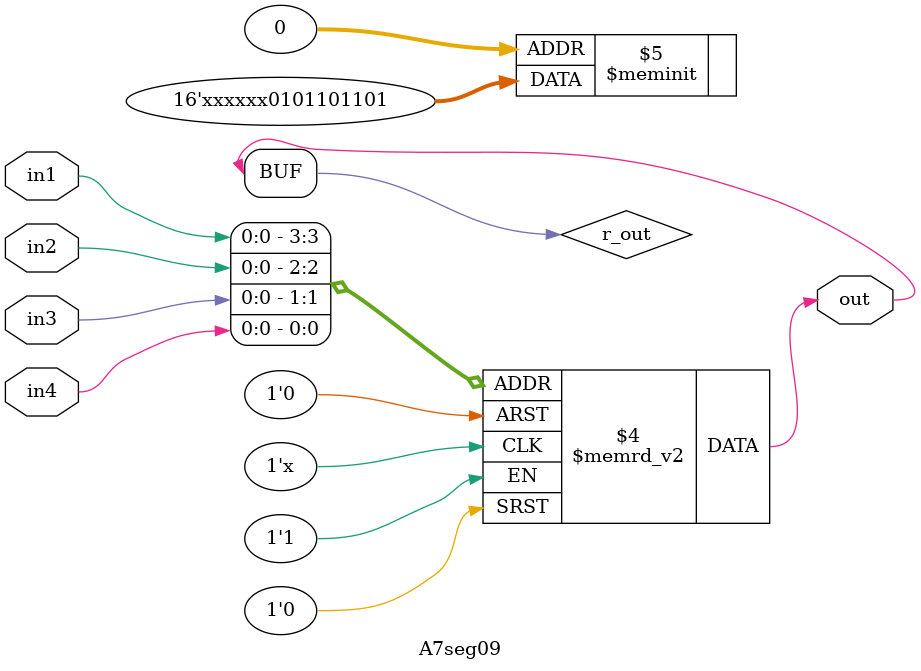
<source format=v>
module A7seg09(output out, input in1, in2, in3, in4);
  reg r_out;
  assign out = r_out;
  always@(in1, in2, in3, in4)
    begin
      case({in1, in2, in3, in4})
        4'b0000: out = 1'b1;
        4'b0001: out = 1'b0;
        4'b0010: out = 1'b1;
        4'b0011: out = 1'b1;
        4'b0100: out = 1'b0;
        4'b0101: out = 1'b1;
        4'b0110: out = 1'b1;
        4'b0111: out = 1'b0;
	4'b1000: out = 1'b1;
        4'b1001: out = 1'b0;
        4'b1010: out = 1'bx;
        4'b1011: out = 1'bx;
        4'b1100: out = 1'bx;
        4'b1101: out = 1'bx;
        4'b1110: out = 1'bx;
        4'b1111: out = 1'bx;
	
        default: out = 1'b0;
      endcase
    end
endmodule

</source>
